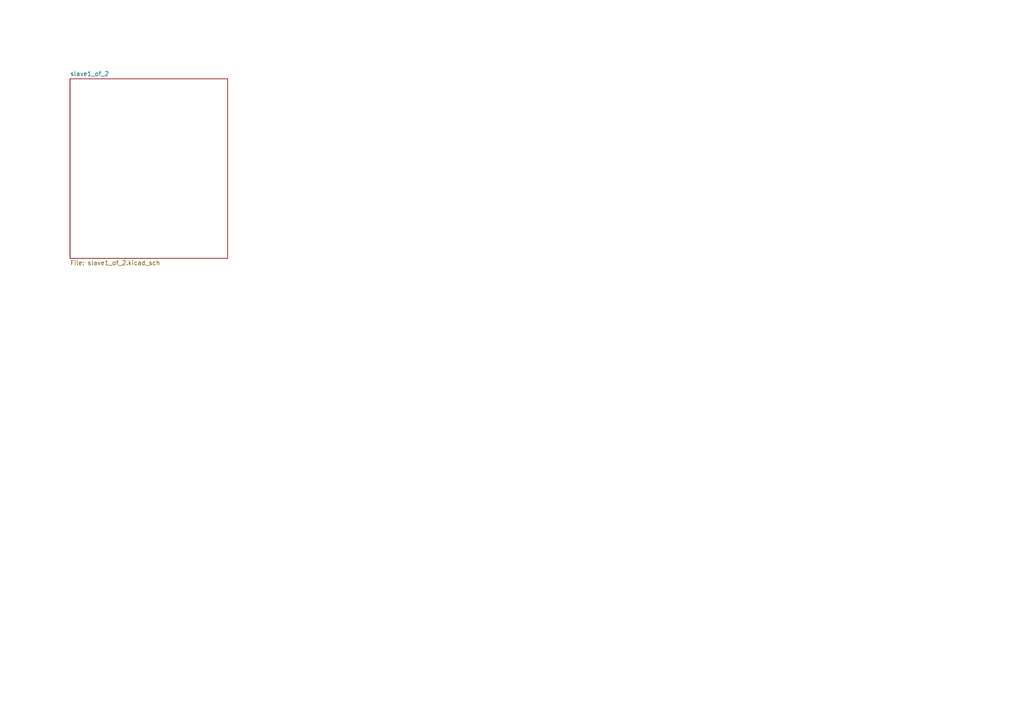
<source format=kicad_sch>
(kicad_sch (version 20230121) (generator eeschema)
  (paper "A4")
  (lib_symbols)
  (sheet (at 20.32 22.86) (size 45.72 52.07) (stroke (width 0.1524))
    (property "Sheetname" "slave1_of_2" (at 20.32 22.1484 0) (effects (justify left bottom)))
    (property "Sheetfile" "slave1_of_2.kicad_sch" (at 20.32 75.5146 0) (effects (justify left top)))
  )
)
</source>
